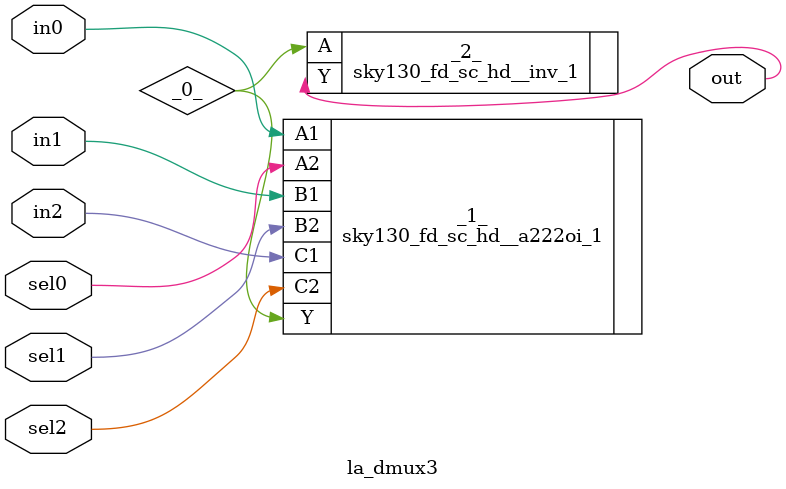
<source format=v>

/* Generated by Yosys 0.37 (git sha1 a5c7f69ed, clang 14.0.0-1ubuntu1.1 -fPIC -Os) */

module la_dmux3(sel0, sel1, sel2, in0, in1, in2, out);
  wire _0_;
  input in0;
  wire in0;
  input in1;
  wire in1;
  input in2;
  wire in2;
  output out;
  wire out;
  input sel0;
  wire sel0;
  input sel1;
  wire sel1;
  input sel2;
  wire sel2;
  sky130_fd_sc_hd__a222oi_1 _1_ (
    .A1(in0),
    .A2(sel0),
    .B1(in1),
    .B2(sel1),
    .C1(in2),
    .C2(sel2),
    .Y(_0_)
  );
  sky130_fd_sc_hd__inv_1 _2_ (
    .A(_0_),
    .Y(out)
  );
endmodule

</source>
